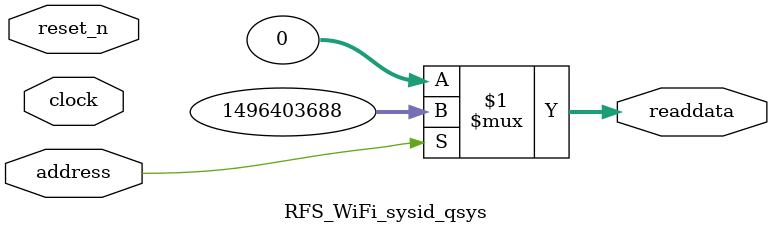
<source format=v>



// synthesis translate_off
`timescale 1ns / 1ps
// synthesis translate_on

// turn off superfluous verilog processor warnings 
// altera message_level Level1 
// altera message_off 10034 10035 10036 10037 10230 10240 10030 

module RFS_WiFi_sysid_qsys (
               // inputs:
                address,
                clock,
                reset_n,

               // outputs:
                readdata
             )
;

  output  [ 31: 0] readdata;
  input            address;
  input            clock;
  input            reset_n;

  wire    [ 31: 0] readdata;
  //control_slave, which is an e_avalon_slave
  assign readdata = address ? 1496403688 : 0;

endmodule



</source>
